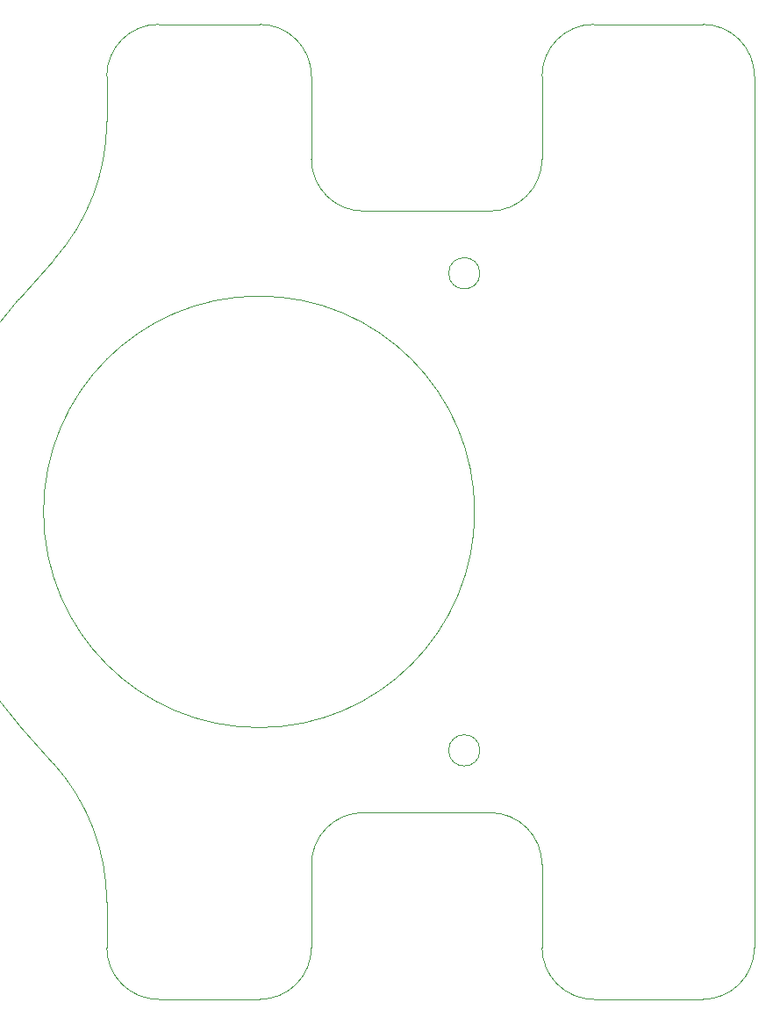
<source format=gbr>
G04 #@! TF.GenerationSoftware,KiCad,Pcbnew,9.0.2*
G04 #@! TF.CreationDate,2025-10-02T21:33:12-04:00*
G04 #@! TF.ProjectId,Trackball,54726163-6b62-4616-9c6c-2e6b69636164,rev?*
G04 #@! TF.SameCoordinates,Original*
G04 #@! TF.FileFunction,Profile,NP*
%FSLAX46Y46*%
G04 Gerber Fmt 4.6, Leading zero omitted, Abs format (unit mm)*
G04 Created by KiCad (PCBNEW 9.0.2) date 2025-10-02 21:33:12*
%MOMM*%
%LPD*%
G01*
G04 APERTURE LIST*
G04 #@! TA.AperFunction,Profile*
%ADD10C,0.050000*%
G04 #@! TD*
G04 APERTURE END LIST*
D10*
X259900000Y-148600000D02*
G75*
G02*
X254900000Y-143600000I0J5000000D01*
G01*
X207804827Y-125905394D02*
X204400001Y-122100000D01*
X270400000Y-54600000D02*
G75*
G02*
X275400000Y-59600000I0J-5000000D01*
G01*
X248903330Y-78600000D02*
G75*
G02*
X245896670Y-78600000I-1503330J0D01*
G01*
X245896670Y-78600000D02*
G75*
G02*
X248903330Y-78600000I1503330J0D01*
G01*
X275400000Y-143600000D02*
G75*
G02*
X270400000Y-148600000I-5000000J0D01*
G01*
X212900000Y-63958709D02*
G75*
G02*
X207804822Y-77294602I-20000000J9D01*
G01*
X275400000Y-101600000D02*
X275400000Y-59600000D01*
X232650000Y-135600000D02*
G75*
G02*
X237650000Y-130600000I5000000J0D01*
G01*
X227650000Y-148600000D02*
X217900000Y-148600000D01*
X232650000Y-67600000D02*
X232650000Y-59600000D01*
X212900000Y-143600000D02*
X212900000Y-139241291D01*
X212900000Y-59600000D02*
X212900000Y-63958700D01*
X207804827Y-125905394D02*
G75*
G02*
X212900006Y-139241291I-14904827J-13335906D01*
G01*
X248400000Y-101600000D02*
G75*
G02*
X206800000Y-101600000I-20800000J0D01*
G01*
X206800000Y-101600000D02*
G75*
G02*
X248400000Y-101600000I20800000J0D01*
G01*
X237650000Y-72600000D02*
G75*
G02*
X232650000Y-67600000I0J5000000D01*
G01*
X254900000Y-59600000D02*
G75*
G02*
X259900000Y-54600000I5000000J0D01*
G01*
X232650000Y-143600000D02*
G75*
G02*
X227650000Y-148600000I-5000000J0D01*
G01*
X248903330Y-124600000D02*
G75*
G02*
X245896670Y-124600000I-1503330J0D01*
G01*
X245896670Y-124600000D02*
G75*
G02*
X248903330Y-124600000I1503330J0D01*
G01*
X237650000Y-72600000D02*
X249900000Y-72600000D01*
X254900000Y-67600000D02*
G75*
G02*
X249900000Y-72600000I-5000000J0D01*
G01*
X212900000Y-59600000D02*
G75*
G02*
X217900000Y-54600000I5000000J0D01*
G01*
X254900000Y-59600000D02*
X254900000Y-67600000D01*
X259900000Y-54600000D02*
X270400000Y-54600000D01*
X227650000Y-54600000D02*
G75*
G02*
X232650000Y-59600000I0J-5000000D01*
G01*
X204400000Y-122100000D02*
G75*
G02*
X204400000Y-81100000I23162440J20500000D01*
G01*
X207804827Y-77294606D02*
X204400001Y-81100000D01*
X254900000Y-143600000D02*
X254900000Y-135600000D01*
X217900000Y-148600000D02*
G75*
G02*
X212900000Y-143600000I0J5000000D01*
G01*
X227650000Y-54600000D02*
X217900000Y-54600000D01*
X249900000Y-130600000D02*
G75*
G02*
X254900000Y-135600000I0J-5000000D01*
G01*
X232650000Y-135600000D02*
X232650000Y-143600000D01*
X259900000Y-148600000D02*
X270400000Y-148600000D01*
X275400000Y-101600000D02*
X275400000Y-143600000D01*
X237650000Y-130600000D02*
X249900000Y-130600000D01*
M02*

</source>
